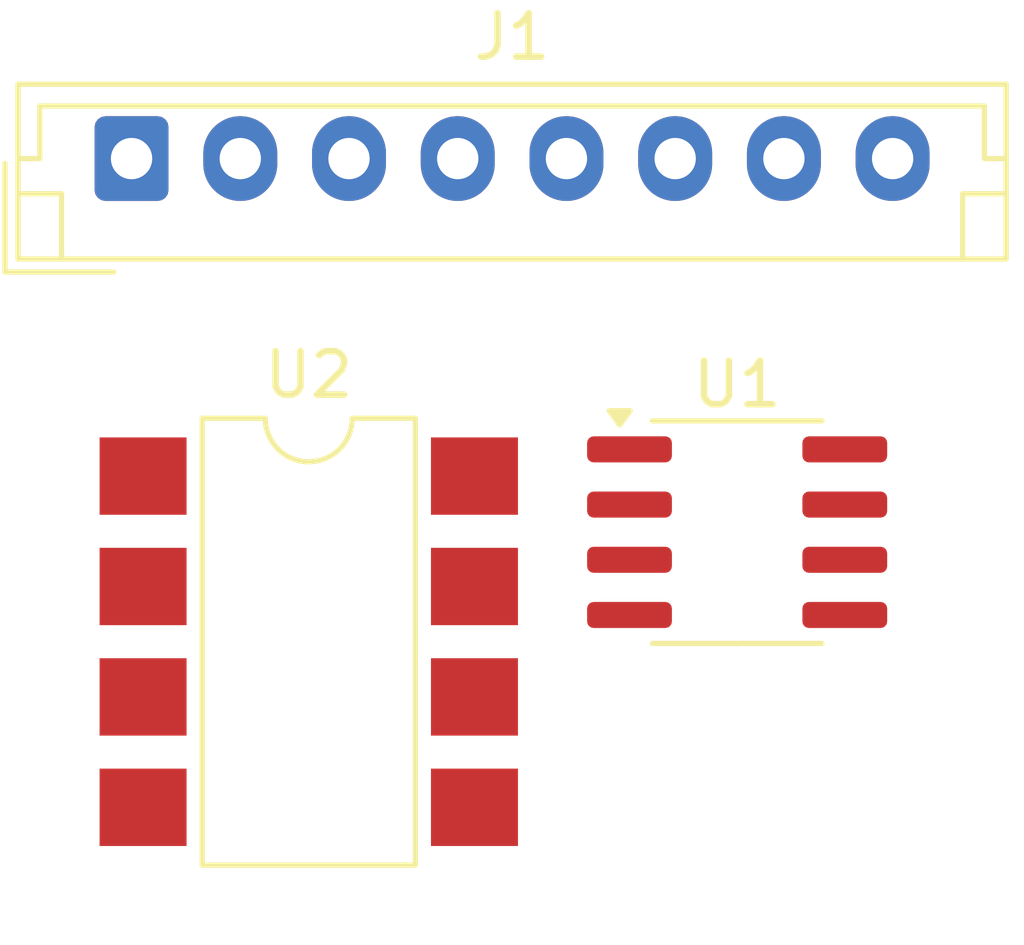
<source format=kicad_pcb>
(kicad_pcb (version 20240108) (generator "pcbnew") (generator_version "8.0")
  (layers (0 "F.Cu" signal) (31 "B.Cu" signal) (34 "B.Paste" user) (35 "F.Paste" user) (36 "B.SilkS" user "B.Silkscreen") (37 "F.SilkS" user "F.Silkscreen") (38 "B.Mask" user) (39 "F.Mask" user) (44 "Edge.Cuts" user))
  (net 0 "")
  (net 4 "Net-(J1-Pin_1)")
  (net 12 "Net-(U1-IN)")
  (net 14 "Net-(U1-COM)")
  (footprint "Connector_JST:JST_EH_B8B-EH-A_1x08_P2.50mm_Vertical" (layer "F.Cu") (at 128.4 75.5)
    (property "Reference" "J1" (at 8.75 -2.8 0) (layer "F.SilkS"))
    (property "Value" "Conn_01x08_Pin")
    (fp_line (start -2.91 0.11) (end -2.91 2.61) (stroke (width 0.12)) (layer "F.SilkS"))
    (fp_line (start -2.91 2.61) (end -0.41 2.61) (stroke (width 0.12)) (layer "F.SilkS"))
    (fp_line (start -2.61 -1.71) (end -2.61 2.31) (stroke (width 0.12)) (layer "F.SilkS"))
    (fp_line (start -2.61 0) (end -2.11 0) (stroke (width 0.12)) (layer "F.SilkS"))
    (fp_line (start -2.61 0.81) (end -1.61 0.81) (stroke (width 0.12)) (layer "F.SilkS"))
    (fp_line (start -2.61 2.31) (end 20.11 2.31) (stroke (width 0.12)) (layer "F.SilkS"))
    (fp_line (start -2.11 -1.21) (end 19.61 -1.21) (stroke (width 0.12)) (layer "F.SilkS"))
    (fp_line (start -2.11 0) (end -2.11 -1.21) (stroke (width 0.12)) (layer "F.SilkS"))
    (fp_line (start -1.61 0.81) (end -1.61 2.31) (stroke (width 0.12)) (layer "F.SilkS"))
    (fp_line (start 19.11 0.81) (end 19.11 2.31) (stroke (width 0.12)) (layer "F.SilkS"))
    (fp_line (start 19.61 -1.21) (end 19.61 0) (stroke (width 0.12)) (layer "F.SilkS"))
    (fp_line (start 19.61 0) (end 20.11 0) (stroke (width 0.12)) (layer "F.SilkS"))
    (fp_line (start 20.11 -1.71) (end -2.61 -1.71) (stroke (width 0.12)) (layer "F.SilkS"))
    (fp_line (start 20.11 0.81) (end 19.11 0.81) (stroke (width 0.12)) (layer "F.SilkS"))
    (fp_line (start 20.11 2.31) (end 20.11 -1.71) (stroke (width 0.12)) (layer "F.SilkS"))
    (pad "1" thru_hole roundrect (at 0 0) (size 1.7 1.95) (drill 0.95) (layers "*.Cu" "*.Mask") (roundrect_rratio 0.147059) (net 4 "Net-(J1-Pin_1)"))
    (pad "2" thru_hole oval (at 2.5 0) (size 1.7 1.95) (drill 0.95) (layers "*.Cu" "*.Mask"))
    (pad "3" thru_hole oval (at 5 0) (size 1.7 1.95) (drill 0.95) (layers "*.Cu" "*.Mask"))
    (pad "4" thru_hole oval (at 7.5 0) (size 1.7 1.95) (drill 0.95) (layers "*.Cu" "*.Mask"))
    (pad "5" thru_hole oval (at 10 0) (size 1.7 1.95) (drill 0.95) (layers "*.Cu" "*.Mask"))
    (pad "6" thru_hole oval (at 12.5 0) (size 1.7 1.95) (drill 0.95) (layers "*.Cu" "*.Mask"))
    (pad "7" thru_hole oval (at 15 0) (size 1.7 1.95) (drill 0.95) (layers "*.Cu" "*.Mask"))
    (pad "8" thru_hole oval (at 17.5 0) (size 1.7 1.95) (drill 0.95) (layers "*.Cu" "*.Mask"))
  )
  (footprint "Package_SO:SOIC-8_3.9x4.9mm_P1.27mm" (layer "F.Cu") (at 142.325 84.095)
    (property "Reference" "U1" (at 0 -3.4 0) (layer "F.SilkS"))
    (property "Value" "IR2184")
    (fp_line (start 0 -2.56) (end -1.95 -2.56) (stroke (width 0.12)) (layer "F.SilkS"))
    (fp_line (start 0 -2.56) (end 1.95 -2.56) (stroke (width 0.12)) (layer "F.SilkS"))
    (fp_line (start 0 2.56) (end -1.95 2.56) (stroke (width 0.12)) (layer "F.SilkS"))
    (fp_line (start 0 2.56) (end 1.95 2.56) (stroke (width 0.12)) (layer "F.SilkS"))
    (fp_poly (pts (xy -2.7 -2.465) (xy -2.94 -2.795) (xy -2.46 -2.795) (xy -2.7 -2.465)) (stroke (width 0.12)) (fill solid) (layer "F.SilkS"))
    (pad "1" smd roundrect (at -2.475 -1.905) (size 1.95 0.6) (layers "F.Cu" "F.Paste" "F.Mask") (net 12 "Net-(U1-IN)"))
    (pad "2" smd roundrect (at -2.475 -0.635) (size 1.95 0.6) (layers "F.Cu" "F.Paste" "F.Mask"))
    (pad "3" smd roundrect (at -2.475 0.635) (size 1.95 0.6) (layers "F.Cu" "F.Paste" "F.Mask") (net 14 "Net-(U1-COM)"))
    (pad "4" smd roundrect (at -2.475 1.905) (size 1.95 0.6) (layers "F.Cu" "F.Paste" "F.Mask"))
    (pad "5" smd roundrect (at 2.475 1.905) (size 1.95 0.6) (layers "F.Cu" "F.Paste" "F.Mask") (net 4 "Net-(J1-Pin_1)"))
    (pad "6" smd roundrect (at 2.475 0.635) (size 1.95 0.6) (layers "F.Cu" "F.Paste" "F.Mask"))
    (pad "7" smd roundrect (at 2.475 -0.635) (size 1.95 0.6) (layers "F.Cu" "F.Paste" "F.Mask"))
    (pad "8" smd roundrect (at 2.475 -1.905) (size 1.95 0.6) (layers "F.Cu" "F.Paste" "F.Mask"))
  )
  (footprint "Package_DIP:SMDIP-8_W7.62mm" (layer "F.Cu") (at 132.475 86.615)
    (property "Reference" "U2" (at 0 -6.14 0) (layer "F.SilkS"))
    (property "Value" "6N137")
    (fp_line (start -2.45 -5.14) (end -2.45 5.14) (stroke (width 0.12)) (layer "F.SilkS"))
    (fp_line (start -2.45 5.14) (end 2.45 5.14) (stroke (width 0.12)) (layer "F.SilkS"))
    (fp_line (start -1 -5.14) (end -2.45 -5.14) (stroke (width 0.12)) (layer "F.SilkS"))
    (fp_line (start 2.45 -5.14) (end 1 -5.14) (stroke (width 0.12)) (layer "F.SilkS"))
    (fp_line (start 2.45 5.14) (end 2.45 -5.14) (stroke (width 0.12)) (layer "F.SilkS"))
    (fp_arc (start 1 -5.14) (mid 0 -4.14) (end -1 -5.14) (stroke (width 0.12)) (layer "F.SilkS"))
    (pad "1" smd rect (at -3.81 -3.81) (size 2 1.78) (layers "F.Cu" "F.Paste" "F.Mask"))
    (pad "2" smd rect (at -3.81 -1.27) (size 2 1.78) (layers "F.Cu" "F.Paste" "F.Mask"))
    (pad "3" smd rect (at -3.81 1.27) (size 2 1.78) (layers "F.Cu" "F.Paste" "F.Mask"))
    (pad "4" smd rect (at -3.81 3.81) (size 2 1.78) (layers "F.Cu" "F.Paste" "F.Mask"))
    (pad "5" smd rect (at 3.81 3.81) (size 2 1.78) (layers "F.Cu" "F.Paste" "F.Mask") (net 14 "Net-(U1-COM)"))
    (pad "6" smd rect (at 3.81 1.27) (size 2 1.78) (layers "F.Cu" "F.Paste" "F.Mask") (net 12 "Net-(U1-IN)"))
    (pad "7" smd rect (at 3.81 -1.27) (size 2 1.78) (layers "F.Cu" "F.Paste" "F.Mask"))
    (pad "8" smd rect (at 3.81 -3.81) (size 2 1.78) (layers "F.Cu" "F.Paste" "F.Mask"))
  )
)
</source>
